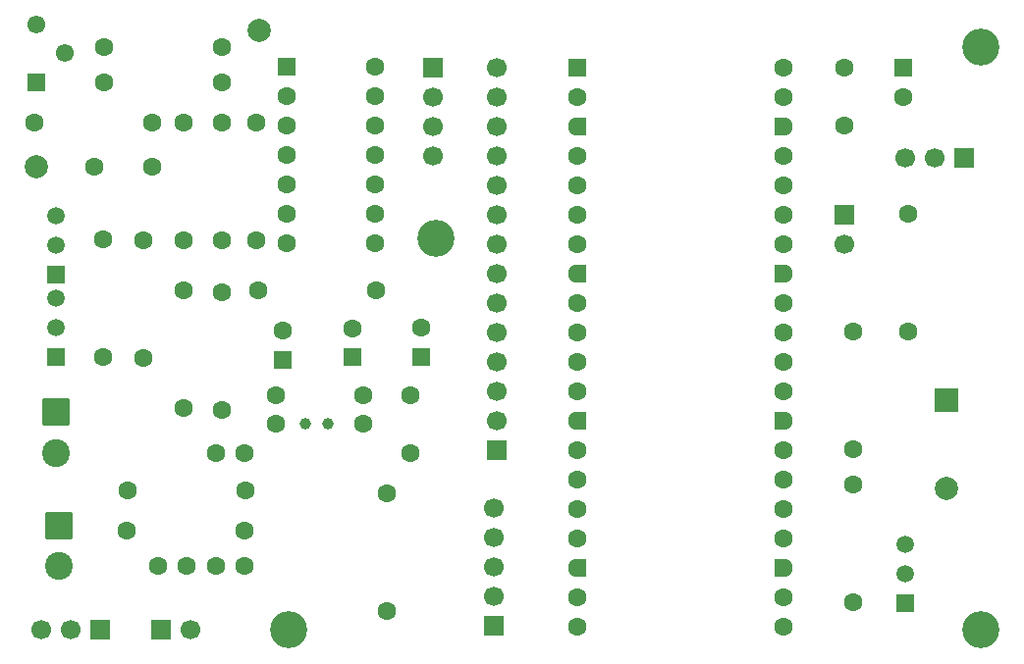
<source format=gbr>
%TF.GenerationSoftware,KiCad,Pcbnew,9.0.6*%
%TF.CreationDate,2025-12-26T08:37:33+01:00*%
%TF.ProjectId,pico-radio-9-k_toldalas,7069636f-2d72-4616-9469-6f2d392d6be9,rev?*%
%TF.SameCoordinates,Original*%
%TF.FileFunction,Soldermask,Bot*%
%TF.FilePolarity,Negative*%
%FSLAX46Y46*%
G04 Gerber Fmt 4.6, Leading zero omitted, Abs format (unit mm)*
G04 Created by KiCad (PCBNEW 9.0.6) date 2025-12-26 08:37:33*
%MOMM*%
%LPD*%
G01*
G04 APERTURE LIST*
G04 Aperture macros list*
%AMRoundRect*
0 Rectangle with rounded corners*
0 $1 Rounding radius*
0 $2 $3 $4 $5 $6 $7 $8 $9 X,Y pos of 4 corners*
0 Add a 4 corners polygon primitive as box body*
4,1,4,$2,$3,$4,$5,$6,$7,$8,$9,$2,$3,0*
0 Add four circle primitives for the rounded corners*
1,1,$1+$1,$2,$3*
1,1,$1+$1,$4,$5*
1,1,$1+$1,$6,$7*
1,1,$1+$1,$8,$9*
0 Add four rect primitives between the rounded corners*
20,1,$1+$1,$2,$3,$4,$5,0*
20,1,$1+$1,$4,$5,$6,$7,0*
20,1,$1+$1,$6,$7,$8,$9,0*
20,1,$1+$1,$8,$9,$2,$3,0*%
%AMFreePoly0*
4,1,37,0.603843,0.796157,0.639018,0.796157,0.711114,0.766294,0.766294,0.711114,0.796157,0.639018,0.796157,0.603843,0.800000,0.600000,0.800000,-0.600000,0.796157,-0.603843,0.796157,-0.639018,0.766294,-0.711114,0.711114,-0.766294,0.639018,-0.796157,0.603843,-0.796157,0.600000,-0.800000,0.000000,-0.800000,0.000000,-0.796148,-0.078414,-0.796148,-0.232228,-0.765552,-0.377117,-0.705537,
-0.507515,-0.618408,-0.618408,-0.507515,-0.705537,-0.377117,-0.765552,-0.232228,-0.796148,-0.078414,-0.796148,0.078414,-0.765552,0.232228,-0.705537,0.377117,-0.618408,0.507515,-0.507515,0.618408,-0.377117,0.705537,-0.232228,0.765552,-0.078414,0.796148,0.000000,0.796148,0.000000,0.800000,0.600000,0.800000,0.603843,0.796157,0.603843,0.796157,$1*%
%AMFreePoly1*
4,1,37,0.000000,0.796148,0.078414,0.796148,0.232228,0.765552,0.377117,0.705537,0.507515,0.618408,0.618408,0.507515,0.705537,0.377117,0.765552,0.232228,0.796148,0.078414,0.796148,-0.078414,0.765552,-0.232228,0.705537,-0.377117,0.618408,-0.507515,0.507515,-0.618408,0.377117,-0.705537,0.232228,-0.765552,0.078414,-0.796148,0.000000,-0.796148,0.000000,-0.800000,-0.600000,-0.800000,
-0.603843,-0.796157,-0.639018,-0.796157,-0.711114,-0.766294,-0.766294,-0.711114,-0.796157,-0.639018,-0.796157,-0.603843,-0.800000,-0.600000,-0.800000,0.600000,-0.796157,0.603843,-0.796157,0.639018,-0.766294,0.711114,-0.711114,0.766294,-0.639018,0.796157,-0.603843,0.796157,-0.600000,0.800000,0.000000,0.800000,0.000000,0.796148,0.000000,0.796148,$1*%
G04 Aperture macros list end*
%ADD10C,3.200000*%
%ADD11RoundRect,0.200000X-0.600000X-0.600000X0.600000X-0.600000X0.600000X0.600000X-0.600000X0.600000X0*%
%ADD12C,1.600000*%
%ADD13FreePoly0,0.000000*%
%ADD14FreePoly1,0.000000*%
%ADD15R,1.700000X1.700000*%
%ADD16C,1.700000*%
%ADD17RoundRect,0.250000X0.550000X-0.550000X0.550000X0.550000X-0.550000X0.550000X-0.550000X-0.550000X0*%
%ADD18R,1.500000X1.500000*%
%ADD19C,1.500000*%
%ADD20R,2.000000X2.000000*%
%ADD21C,2.000000*%
%ADD22R,1.550000X1.550000*%
%ADD23C,1.550000*%
%ADD24RoundRect,0.250000X-0.550000X-0.550000X0.550000X-0.550000X0.550000X0.550000X-0.550000X0.550000X0*%
%ADD25RoundRect,0.250001X-0.949999X0.949999X-0.949999X-0.949999X0.949999X-0.949999X0.949999X0.949999X0*%
%ADD26C,2.400000*%
%ADD27RoundRect,0.250000X-0.550000X0.550000X-0.550000X-0.550000X0.550000X-0.550000X0.550000X0.550000X0*%
%ADD28C,1.000000*%
G04 APERTURE END LIST*
D10*
%TO.C,H2*%
X136750000Y-33500000D03*
%TD*%
D11*
%TO.C,A1*%
X101970000Y-35210000D03*
D12*
X101970000Y-37750000D03*
D13*
X101970000Y-40290000D03*
D12*
X101970000Y-42830000D03*
X101970000Y-45370000D03*
X101970000Y-47910000D03*
X101970000Y-50450000D03*
D13*
X101970000Y-52990000D03*
D12*
X101970000Y-55530000D03*
X101970000Y-58070000D03*
X101970000Y-60610000D03*
X101970000Y-63150000D03*
D13*
X101970000Y-65690000D03*
D12*
X101970000Y-68230000D03*
X101970000Y-70770000D03*
X101970000Y-73310000D03*
X101970000Y-75850000D03*
D13*
X101970000Y-78390000D03*
D12*
X101970000Y-80930000D03*
X101970000Y-83470000D03*
X119750000Y-83470000D03*
X119750000Y-80930000D03*
D14*
X119750000Y-78390000D03*
D12*
X119750000Y-75850000D03*
X119750000Y-73310000D03*
X119750000Y-70770000D03*
X119750000Y-68230000D03*
D14*
X119750000Y-65690000D03*
D12*
X119750000Y-63150000D03*
X119750000Y-60610000D03*
X119750000Y-58070000D03*
X119750000Y-55530000D03*
D14*
X119750000Y-52990000D03*
D12*
X119750000Y-50450000D03*
X119750000Y-47910000D03*
X119750000Y-45370000D03*
X119750000Y-42830000D03*
D14*
X119750000Y-40290000D03*
D12*
X119750000Y-37750000D03*
X119750000Y-35210000D03*
%TD*%
%TO.C,C12*%
X125000000Y-35250000D03*
X125000000Y-40250000D03*
%TD*%
%TO.C,R6*%
X65250000Y-40000000D03*
X55090000Y-40000000D03*
%TD*%
%TO.C,C1*%
X73250000Y-68490000D03*
X70750000Y-68490000D03*
%TD*%
D15*
%TO.C,U2*%
X95000000Y-68290000D03*
D16*
X95000000Y-65750000D03*
X95000000Y-63210000D03*
X95000000Y-60670000D03*
X95000000Y-58130000D03*
X95000000Y-55590000D03*
X95000000Y-53050000D03*
X95000000Y-50510000D03*
X95000000Y-47970000D03*
X95000000Y-45430000D03*
X95000000Y-42890000D03*
X95000000Y-40350000D03*
X95000000Y-37810000D03*
X95000000Y-35270000D03*
%TD*%
D17*
%TO.C,C5*%
X76500000Y-60445113D03*
D12*
X76500000Y-57945113D03*
%TD*%
%TO.C,R10*%
X71250000Y-33500000D03*
X61090000Y-33500000D03*
%TD*%
%TO.C,C3*%
X73250000Y-78240000D03*
X70750000Y-78240000D03*
%TD*%
%TO.C,R4*%
X71250000Y-64750000D03*
X71250000Y-54590000D03*
%TD*%
%TO.C,R2*%
X64500000Y-60330000D03*
X64500000Y-50170000D03*
%TD*%
D18*
%TO.C,Q2*%
X57000000Y-60250000D03*
D19*
X57000000Y-57710000D03*
X57000000Y-55170000D03*
%TD*%
D20*
%TO.C,BZ1*%
X133750000Y-63950000D03*
D21*
X133750000Y-71550000D03*
%TD*%
D12*
%TO.C,R13*%
X125750000Y-58000000D03*
X125750000Y-68160000D03*
%TD*%
%TO.C,R12*%
X130500000Y-47840000D03*
X130500000Y-58000000D03*
%TD*%
D15*
%TO.C,J6*%
X94750000Y-83410000D03*
D16*
X94750000Y-80870000D03*
X94750000Y-78330000D03*
X94750000Y-75790000D03*
X94750000Y-73250000D03*
%TD*%
D15*
%TO.C,J5*%
X135250000Y-43000000D03*
D16*
X132710000Y-43000000D03*
X130170000Y-43000000D03*
%TD*%
D18*
%TO.C,Q1*%
X57000000Y-53080000D03*
D19*
X57000000Y-50540000D03*
X57000000Y-48000000D03*
%TD*%
D22*
%TO.C,RV1*%
X55250000Y-36500000D03*
D23*
X57750000Y-34000000D03*
X55250000Y-31500000D03*
%TD*%
D12*
%TO.C,R3*%
X68000000Y-64660000D03*
X68000000Y-54500000D03*
%TD*%
D15*
%TO.C,J3*%
X60750000Y-83740000D03*
D16*
X58210000Y-83740000D03*
X55670000Y-83740000D03*
%TD*%
D15*
%TO.C,J4*%
X89500000Y-35250000D03*
D16*
X89500000Y-37790000D03*
X89500000Y-40330000D03*
X89500000Y-42870000D03*
%TD*%
D15*
%TO.C,L2*%
X66000000Y-83740000D03*
D16*
X68540000Y-83740000D03*
%TD*%
D17*
%TO.C,C10*%
X88500000Y-60195113D03*
D12*
X88500000Y-57695113D03*
%TD*%
D10*
%TO.C,H1*%
X136750000Y-83750000D03*
%TD*%
D12*
%TO.C,C9*%
X87500000Y-63490000D03*
X87500000Y-68490000D03*
%TD*%
%TO.C,R7*%
X71250000Y-40000000D03*
X71250000Y-50160000D03*
%TD*%
%TO.C,R14*%
X125750000Y-81410000D03*
X125750000Y-71250000D03*
%TD*%
%TO.C,L3*%
X63170000Y-71740000D03*
X73330000Y-71740000D03*
%TD*%
%TO.C,L1*%
X63090000Y-75240000D03*
X73250000Y-75240000D03*
%TD*%
D10*
%TO.C,H3*%
X77000000Y-83750000D03*
%TD*%
D12*
%TO.C,L4*%
X85500000Y-71990000D03*
X85500000Y-82150000D03*
%TD*%
D24*
%TO.C,U3*%
X76880000Y-35170000D03*
D12*
X76880000Y-37710000D03*
X76880000Y-40250000D03*
X76880000Y-42790000D03*
X76880000Y-45330000D03*
X76880000Y-47870000D03*
X76880000Y-50410000D03*
X84500000Y-50410000D03*
X84500000Y-47870000D03*
X84500000Y-45330000D03*
X84500000Y-42790000D03*
X84500000Y-40250000D03*
X84500000Y-37710000D03*
X84500000Y-35170000D03*
%TD*%
D21*
%TO.C,TP2*%
X74500000Y-32000000D03*
%TD*%
D12*
%TO.C,C6*%
X75900000Y-65990000D03*
X75900000Y-63490000D03*
%TD*%
%TO.C,R9*%
X74420000Y-54500000D03*
X84580000Y-54500000D03*
%TD*%
%TO.C,R8*%
X74250000Y-40000000D03*
X74250000Y-50160000D03*
%TD*%
D10*
%TO.C,H4*%
X89750000Y-50000000D03*
%TD*%
D25*
%TO.C,J1*%
X57000000Y-64990000D03*
D26*
X57000000Y-68490000D03*
%TD*%
D15*
%TO.C,SW1*%
X125000000Y-47975000D03*
D16*
X125000000Y-50515000D03*
%TD*%
D12*
%TO.C,R1*%
X61000000Y-60250000D03*
X61000000Y-50090000D03*
%TD*%
D27*
%TO.C,C11*%
X130000000Y-35250000D03*
D12*
X130000000Y-37750000D03*
%TD*%
D21*
%TO.C,TP1*%
X55250000Y-43750000D03*
%TD*%
D12*
%TO.C,R11*%
X61090000Y-36500000D03*
X71250000Y-36500000D03*
%TD*%
%TO.C,C7*%
X65250000Y-43750000D03*
X60250000Y-43750000D03*
%TD*%
%TO.C,R5*%
X68000000Y-40000000D03*
X68000000Y-50160000D03*
%TD*%
D18*
%TO.C,Q3*%
X130250000Y-81500000D03*
D19*
X130250000Y-78960000D03*
X130250000Y-76420000D03*
%TD*%
D28*
%TO.C,Y1*%
X80400000Y-65990000D03*
X78500000Y-65990000D03*
%TD*%
D12*
%TO.C,C8*%
X83500000Y-63490000D03*
X83500000Y-65990000D03*
%TD*%
%TO.C,C2*%
X65750000Y-78240000D03*
X68250000Y-78240000D03*
%TD*%
D25*
%TO.C,J2*%
X57250000Y-74740000D03*
D26*
X57250000Y-78240000D03*
%TD*%
D17*
%TO.C,C4*%
X82500000Y-60240000D03*
D12*
X82500000Y-57740000D03*
%TD*%
M02*

</source>
